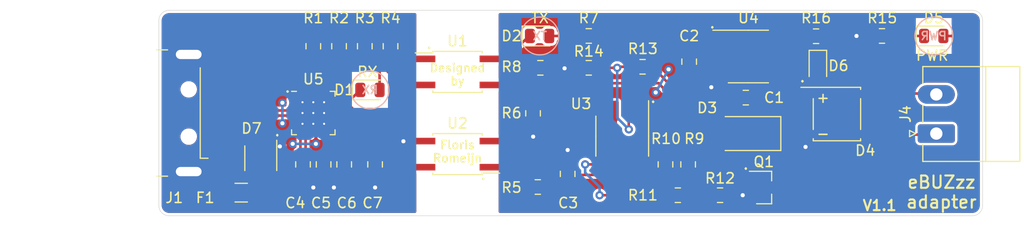
<source format=kicad_pcb>
(kicad_pcb (version 20171130) (host pcbnew "(5.1.6)-1")
  (layers (0 F.Cu signal) (31 B.Cu signal) (34 B.Paste user hide) (35 F.Paste user hide) (36 B.SilkS user) (37 F.SilkS user) (38 B.Mask user hide) (39 F.Mask user hide) (44 Edge.Cuts user hide))
  (net 0 "")
  (net 1 GND)
  (net 2 "Net-(C1-Pad1)")
  (net 3 +5V)
  (net 4 "Net-(D1-Pad2)")
  (net 5 "Net-(D2-Pad2)")
  (net 6 "Net-(D2-Pad1)")
  (net 7 "Net-(D3-Pad2)")
  (net 8 "Net-(D4-Pad3)")
  (net 9 "Net-(D4-Pad4)")
  (net 10 "Net-(D5-Pad1)")
  (net 11 "Net-(Q1-Pad1)")
  (net 12 "Net-(R5-Pad2)")
  (net 13 "Net-(R10-Pad2)")
  (net 14 "Net-(R13-Pad2)")
  (net 15 "Net-(U2-Pad2)")
  (net 16 "Net-(U4-Pad6)")
  (net 17 /ebus-signal)
  (net 18 "Net-(R10-Pad1)")
  (net 19 "Net-(D6-Pad1)")
  (net 20 VBUS)
  (net 21 GNDREF)
  (net 22 /RX)
  (net 23 /D+)
  (net 24 /D-)
  (net 25 /TX)
  (net 26 VCC)
  (net 27 "Net-(F1-Pad1)")
  (net 28 "Net-(R4-Pad2)")
  (net 29 "Net-(C7-Pad1)")
  (module Diode_SMD:Diode_Bridge_Diotec_ABS (layer F.Cu) (at 158.85 79.1)
    (fp_text reference D4 (at 2.75 3.55) (layer F.SilkS))
    (fp_text value ABS10)
    (fp_line (start -2.3 1.5) (end -2.3 -1.5) (layer F.SilkS) (width 0.12))
    (fp_line (start 2.3 -1.5) (end 2.3 1.5) (layer F.SilkS) (width 0.12))
    (fp_line (start -2.3 2.6) (end -2.3 2.4) (layer F.SilkS) (width 0.12))
    (fp_line (start 2.3 2.6) (end -2.3 2.6) (layer F.SilkS) (width 0.12))
    (fp_line (start 2.3 2.4) (end 2.3 2.6) (layer F.SilkS) (width 0.12))
    (fp_line (start 2.3 -2.6) (end -3.5 -2.6) (layer F.SilkS) (width 0.12))
    (fp_line (start 2.3 -2.4) (end 2.3 -2.6) (layer F.SilkS) (width 0.12))
    (pad 4 smd rect (at 2.975 -2) (size 1 0.7) (layers F.Cu F.Paste F.Mask) (net 9 "Net-(D4-Pad4)"))
    (pad 3 smd rect (at 2.975 2) (size 1 0.7) (layers F.Cu F.Paste F.Mask) (net 8 "Net-(D4-Pad3)"))
    (pad 2 smd rect (at -2.975 2) (size 1 0.7) (layers F.Cu F.Paste F.Mask) (net 1 GND))
    (pad 1 smd rect (at -2.975 -2) (size 1 0.7) (layers F.Cu F.Paste F.Mask) (net 17 /ebus-signal))
  )
  (module Diode_SMD:D_SMA (layer F.Cu) (at 150 81 180)
    (fp_text reference D3 (at 3.75 2.5 180) (layer F.SilkS))
    (fp_text value 1SMB5924BY3G)
    (fp_line (start -3.4 -1.65) (end 2 -1.65) (layer F.SilkS) (width 0.12))
    (fp_line (start -3.4 1.65) (end 2 1.65) (layer F.SilkS) (width 0.12))
    (fp_line (start -3.4 -1.65) (end -3.4 1.65) (layer F.SilkS) (width 0.12))
    (pad 2 smd rect (at 2 0 180) (size 2.5 1.8) (layers F.Cu F.Paste F.Mask) (net 7 "Net-(D3-Pad2)"))
    (pad 1 smd rect (at -2 0 180) (size 2.5 1.8) (layers F.Cu F.Paste F.Mask) (net 17 /ebus-signal))
  )
  (module Connector_Phoenix_MC:PhoenixContact_MC_1,5_2-G-3.81_1x02_P3.81mm_Horizontal (layer F.Cu) (at 168.5 81 90)
    (fp_text reference J4 (at 1.9 -3 90) (layer F.SilkS))
    (fp_text value EBUS)
    (fp_line (start -0.3 -2.6) (end 0.3 -2.6) (layer F.SilkS) (width 0.12))
    (fp_line (start 0 -2) (end -0.3 -2.6) (layer F.SilkS) (width 0.12))
    (fp_line (start 0.3 -2.6) (end 0 -2) (layer F.SilkS) (width 0.12))
    (fp_line (start -2.71 4.8) (end 6.52 4.8) (layer F.SilkS) (width 0.12))
    (fp_line (start 1.05 -1.31) (end 2.76 -1.31) (layer F.SilkS) (width 0.12))
    (fp_line (start 6.52 -1.31) (end 4.86 -1.31) (layer F.SilkS) (width 0.12))
    (fp_line (start -2.71 -1.31) (end -1.05 -1.31) (layer F.SilkS) (width 0.12))
    (fp_line (start 6.52 8.11) (end 6.52 -1.31) (layer F.SilkS) (width 0.12))
    (fp_line (start -2.71 8.11) (end 6.52 8.11) (layer F.SilkS) (width 0.12))
    (fp_line (start -2.71 -1.31) (end -2.71 8.11) (layer F.SilkS) (width 0.12))
    (pad 2 thru_hole oval (at 3.81 0 90) (size 1.8 3.6) (drill 1.2) (layers *.Cu *.Mask) (net 9 "Net-(D4-Pad4)"))
    (pad 1 thru_hole roundrect (at 0 0 90) (size 1.8 3.6) (drill 1.2) (layers *.Cu *.Mask) (roundrect_rratio 0.138889) (net 8 "Net-(D4-Pad3)"))
  )
  (module Package_TO_SOT_SMD:SOT-23 (layer F.Cu) (at 151.75 86.25)
    (fp_text reference Q1 (at 0 -2.5) (layer F.SilkS))
    (fp_text value BC817-40)
    (fp_line (start 0.76 1.58) (end -0.7 1.58) (layer F.SilkS) (width 0.12))
    (fp_line (start 0.76 -1.58) (end -1.4 -1.58) (layer F.SilkS) (width 0.12))
    (fp_line (start 0.76 -1.58) (end 0.76 -0.65) (layer F.SilkS) (width 0.12))
    (fp_line (start 0.76 1.58) (end 0.76 0.65) (layer F.SilkS) (width 0.12))
    (pad 3 smd rect (at 1 0) (size 0.9 0.8) (layers F.Cu F.Paste F.Mask) (net 7 "Net-(D3-Pad2)"))
    (pad 2 smd rect (at -1 0.95) (size 0.9 0.8) (layers F.Cu F.Paste F.Mask) (net 1 GND))
    (pad 1 smd rect (at -1 -0.95) (size 0.9 0.8) (layers F.Cu F.Paste F.Mask) (net 11 "Net-(Q1-Pad1)"))
  )
  (module Package_SO:SOIC-8_3.9x4.9mm_P1.27mm (layer F.Cu) (at 138 81.25 270)
    (fp_text reference U3 (at -3.15 4 180) (layer F.SilkS))
    (fp_text value LM2903DT)
    (fp_line (start 0 -2.56) (end -3.45 -2.56) (layer F.SilkS) (width 0.12))
    (fp_line (start 0 -2.56) (end 1.95 -2.56) (layer F.SilkS) (width 0.12))
    (fp_line (start 0 2.56) (end -1.95 2.56) (layer F.SilkS) (width 0.12))
    (fp_line (start 0 2.56) (end 1.95 2.56) (layer F.SilkS) (width 0.12))
    (pad 8 smd roundrect (at 2.475 -1.905 270) (size 1.95 0.6) (layers F.Cu F.Paste F.Mask) (net 3 +5V))
    (pad 7 smd roundrect (at 2.475 -0.635 270) (size 1.95 0.6) (layers F.Cu F.Paste F.Mask) (net 15 "Net-(U2-Pad2)"))
    (pad 6 smd roundrect (at 2.475 0.635 270) (size 1.95 0.6) (layers F.Cu F.Paste F.Mask) (net 13 "Net-(R10-Pad2)"))
    (pad 5 smd roundrect (at 2.475 1.905 270) (size 1.95 0.6) (layers F.Cu F.Paste F.Mask) (net 18 "Net-(R10-Pad1)"))
    (pad 4 smd roundrect (at -2.475 1.905 270) (size 1.95 0.6) (layers F.Cu F.Paste F.Mask) (net 1 GND))
    (pad 3 smd roundrect (at -2.475 0.635 270) (size 1.95 0.6) (layers F.Cu F.Paste F.Mask) (net 18 "Net-(R10-Pad1)"))
    (pad 2 smd roundrect (at -2.475 -0.635 270) (size 1.95 0.6) (layers F.Cu F.Paste F.Mask) (net 14 "Net-(R13-Pad2)"))
    (pad 1 smd roundrect (at -2.475 -1.905 270) (size 1.95 0.6) (layers F.Cu F.Paste F.Mask) (net 13 "Net-(R10-Pad2)"))
  )
  (module Package_SO:SOIC-8_3.9x4.9mm_P1.27mm (layer F.Cu) (at 150.25 73.5)
    (fp_text reference U4 (at 0 -3.75) (layer F.SilkS))
    (fp_text value LP2951-50DR)
    (fp_line (start 0 -2.56) (end -3.45 -2.56) (layer F.SilkS) (width 0.12))
    (fp_line (start 0 -2.56) (end 1.95 -2.56) (layer F.SilkS) (width 0.12))
    (fp_line (start 0 2.56) (end -1.95 2.56) (layer F.SilkS) (width 0.12))
    (fp_line (start 0 2.56) (end 1.95 2.56) (layer F.SilkS) (width 0.12))
    (pad 8 smd roundrect (at 2.475 -1.905) (size 1.95 0.6) (layers F.Cu F.Paste F.Mask) (net 2 "Net-(C1-Pad1)"))
    (pad 7 smd roundrect (at 2.475 -0.635) (size 1.95 0.6) (layers F.Cu F.Paste F.Mask) (net 16 "Net-(U4-Pad6)"))
    (pad 6 smd roundrect (at 2.475 0.635) (size 1.95 0.6) (layers F.Cu F.Paste F.Mask) (net 16 "Net-(U4-Pad6)"))
    (pad 5 smd roundrect (at 2.475 1.905) (size 1.95 0.6) (layers F.Cu F.Paste F.Mask))
    (pad 4 smd roundrect (at -2.475 1.905) (size 1.95 0.6) (layers F.Cu F.Paste F.Mask) (net 1 GND))
    (pad 3 smd roundrect (at -2.475 0.635) (size 1.95 0.6) (layers F.Cu F.Paste F.Mask) (net 1 GND))
    (pad 2 smd roundrect (at -2.475 -0.635) (size 1.95 0.6) (layers F.Cu F.Paste F.Mask) (net 3 +5V))
    (pad 1 smd roundrect (at -2.475 -1.905) (size 1.95 0.6) (layers F.Cu F.Paste F.Mask) (net 3 +5V))
  )
  (module Diode_SMD:D_SOD-323 (layer F.Cu) (at 157 74.4 270)
    (fp_text reference D6 (at 0 -2 180) (layer F.SilkS))
    (fp_text value 1N4148WS)
    (fp_line (start -1.5 -0.85) (end 1.05 -0.85) (layer F.SilkS) (width 0.12))
    (fp_line (start -1.5 0.85) (end 1.05 0.85) (layer F.SilkS) (width 0.12))
    (fp_line (start -1.5 -0.85) (end -1.5 0.85) (layer F.SilkS) (width 0.12))
    (pad 2 smd rect (at 1.05 0 270) (size 0.6 0.45) (layers F.Cu F.Paste F.Mask) (net 17 /ebus-signal))
    (pad 1 smd rect (at -1.05 0 270) (size 0.6 0.45) (layers F.Cu F.Paste F.Mask) (net 19 "Net-(D6-Pad1)"))
  )
  (module Capacitor_SMD:C_0805_2012Metric (layer F.Cu) (at 107 84 270)
    (fp_text reference C4 (at 3.75 0.75 180) (layer F.SilkS))
    (fp_text value 1u)
    (fp_line (start -0.258578 0.71) (end 0.258578 0.71) (layer F.SilkS) (width 0.12))
    (fp_line (start -0.258578 -0.71) (end 0.258578 -0.71) (layer F.SilkS) (width 0.12))
    (pad 2 smd roundrect (at 0.9375 0 270) (size 0.975 1.4) (layers F.Cu F.Paste F.Mask) (net 21 GNDREF))
    (pad 1 smd roundrect (at -0.9375 0 270) (size 0.975 1.4) (layers F.Cu F.Paste F.Mask) (net 20 VBUS))
  )
  (module Capacitor_SMD:C_0805_2012Metric (layer F.Cu) (at 114 84 270)
    (fp_text reference C7 (at 3.75 0.25 180) (layer F.SilkS))
    (fp_text value DNF)
    (fp_line (start -0.258578 0.71) (end 0.258578 0.71) (layer F.SilkS) (width 0.12))
    (fp_line (start -0.258578 -0.71) (end 0.258578 -0.71) (layer F.SilkS) (width 0.12))
    (pad 2 smd roundrect (at 0.9375 0 270) (size 0.975 1.4) (layers F.Cu F.Paste F.Mask) (net 21 GNDREF))
    (pad 1 smd roundrect (at -0.9375 0 270) (size 0.975 1.4) (layers F.Cu F.Paste F.Mask) (net 29 "Net-(C7-Pad1)"))
  )
  (module Capacitor_SMD:C_0805_2012Metric (layer F.Cu) (at 111 84 270)
    (fp_text reference C6 (at 3.75 -0.25 180) (layer F.SilkS))
    (fp_text value 4.7u)
    (fp_line (start -0.258578 0.71) (end 0.258578 0.71) (layer F.SilkS) (width 0.12))
    (fp_line (start -0.258578 -0.71) (end 0.258578 -0.71) (layer F.SilkS) (width 0.12))
    (pad 2 smd roundrect (at 0.9375 0 270) (size 0.975 1.4) (layers F.Cu F.Paste F.Mask) (net 21 GNDREF))
    (pad 1 smd roundrect (at -0.9375 0 270) (size 0.975 1.4) (layers F.Cu F.Paste F.Mask) (net 26 VCC))
  )
  (module Capacitor_SMD:C_0805_2012Metric (layer F.Cu) (at 109 84 270)
    (fp_text reference C5 (at 3.75 0.25 180) (layer F.SilkS))
    (fp_text value 100n)
    (fp_line (start -0.258578 0.71) (end 0.258578 0.71) (layer F.SilkS) (width 0.12))
    (fp_line (start -0.258578 -0.71) (end 0.258578 -0.71) (layer F.SilkS) (width 0.12))
    (pad 2 smd roundrect (at 0.9375 0 270) (size 0.975 1.4) (layers F.Cu F.Paste F.Mask) (net 21 GNDREF))
    (pad 1 smd roundrect (at -0.9375 0 270) (size 0.975 1.4) (layers F.Cu F.Paste F.Mask) (net 26 VCC))
  )
  (module Package_TO_SOT_SMD:SOT-143 (layer F.Cu) (at 102.9 83.4 270)
    (fp_text reference D7 (at -2.9 0.9 180) (layer F.SilkS))
    (fp_text value SP0503BAHT)
    (fp_line (start 1.2 -1.55) (end -1.75 -1.55) (layer F.SilkS) (width 0.12))
    (fp_line (start -1.2 1.55) (end 1.2 1.55) (layer F.SilkS) (width 0.12))
    (pad 4 smd rect (at 1.1 -0.95 180) (size 1 1.4) (layers F.Cu F.Paste F.Mask) (net 20 VBUS))
    (pad 3 smd rect (at 1.1 0.95 180) (size 1 1.4) (layers F.Cu F.Paste F.Mask) (net 23 /D+))
    (pad 2 smd rect (at -1.1 0.95 180) (size 1 1.4) (layers F.Cu F.Paste F.Mask) (net 24 /D-))
    (pad 1 smd rect (at -1.1 -0.77 180) (size 1.2 1.4) (layers F.Cu F.Paste F.Mask) (net 21 GNDREF))
  )
  (module Fuse:Fuse_1206_3216Metric (layer F.Cu) (at 101 86.75)
    (fp_text reference F1 (at -3.5 0.5) (layer F.SilkS))
    (fp_text value 1A)
    (fp_line (start -0.602064 0.91) (end 0.602064 0.91) (layer F.SilkS) (width 0.12))
    (fp_line (start -0.602064 -0.91) (end 0.602064 -0.91) (layer F.SilkS) (width 0.12))
    (pad 2 smd roundrect (at 1.4 0) (size 1.25 1.75) (layers F.Cu F.Paste F.Mask) (roundrect_rratio 0.2) (net 20 VBUS))
    (pad 1 smd roundrect (at -1.4 0) (size 1.25 1.75) (layers F.Cu F.Paste F.Mask) (roundrect_rratio 0.2) (net 27 "Net-(F1-Pad1)"))
  )
  (module Connector_USB:USB_A_CNCTech_1001-011-01101_Horizontal (layer F.Cu) (at 89 79 180)
    (fp_text reference J1 (at -5.5 -8.25) (layer F.SilkS))
    (fp_text value USB_A)
    (fp_line (start -8.02 -4.4) (end -8.775 -4.4) (layer F.SilkS) (width 0.12))
    (fp_line (start -4.85 6.145) (end -3.8 6.145) (layer F.SilkS) (width 0.12))
    (fp_line (start -4.85 -6.145) (end -3.8 -6.145) (layer F.SilkS) (width 0.12))
    (fp_line (start -8.02 -4.4) (end -8.02 4.4) (layer F.SilkS) (width 0.12))
    (pad "" np_thru_hole circle (at -6.9 2.3 180) (size 1.1 1.1) (drill 1.1) (layers *.Cu *.Mask))
    (pad "" np_thru_hole circle (at -6.9 -2.3 180) (size 1.1 1.1) (drill 1.1) (layers *.Cu *.Mask))
    (pad 5 thru_hole oval (at -6.9 5.7 180) (size 3.5 1.9) (drill oval 2.5 0.9) (layers *.Cu *.Mask) (net 21 GNDREF))
    (pad 5 thru_hole oval (at -6.9 -5.7 180) (size 3.5 1.9) (drill oval 2.5 0.9) (layers *.Cu *.Mask) (net 21 GNDREF))
    (pad 4 smd rect (at -9.65 3.5 180) (size 2.5 1.1) (layers F.Cu F.Paste F.Mask) (net 21 GNDREF))
    (pad 1 smd rect (at -9.65 -3.5 180) (size 2.5 1.1) (layers F.Cu F.Paste F.Mask) (net 27 "Net-(F1-Pad1)"))
    (pad 3 smd rect (at -9.65 1 180) (size 2.5 1.1) (layers F.Cu F.Paste F.Mask) (net 23 /D+))
    (pad 2 smd rect (at -9.65 -1 180) (size 2.5 1.1) (layers F.Cu F.Paste F.Mask) (net 24 /D-))
  )
  (module Resistor_SMD:R_0805_2012Metric (layer F.Cu) (at 110.5 72.5 270)
    (fp_text reference R2 (at -2.75 0) (layer F.SilkS))
    (fp_text value DNF)
    (fp_line (start -0.258578 0.71) (end 0.258578 0.71) (layer F.SilkS) (width 0.12))
    (fp_line (start -0.258578 -0.71) (end 0.258578 -0.71) (layer F.SilkS) (width 0.12))
    (pad 2 smd roundrect (at 0.9375 0 270) (size 0.975 1.4) (layers F.Cu F.Paste F.Mask) (net 22 /RX))
    (pad 1 smd roundrect (at -0.9375 0 270) (size 0.975 1.4) (layers F.Cu F.Paste F.Mask) (net 26 VCC))
  )
  (module Package_SO:SO-4_4.4x3.6mm_P2.54mm (layer F.Cu) (at 122 75)
    (fp_text reference U1 (at 0 -3) (layer F.SilkS))
    (fp_text value LTV-357T)
    (fp_line (start 2.4 -2) (end 2.4 -1.85) (layer F.SilkS) (width 0.12))
    (fp_line (start -2.4 -2) (end 2.4 -2) (layer F.SilkS) (width 0.12))
    (fp_line (start -2.4 -1.85) (end -2.4 -2) (layer F.SilkS) (width 0.12))
    (fp_line (start -2.4 2) (end -2.4 1.85) (layer F.SilkS) (width 0.12))
    (fp_line (start 2.4 2) (end -2.4 2) (layer F.SilkS) (width 0.12))
    (fp_line (start 2.4 1.85) (end 2.4 2) (layer F.SilkS) (width 0.12))
    (fp_line (start -2.4 -1.85) (end -4.1 -1.85) (layer F.SilkS) (width 0.12))
    (pad 4 smd rect (at 3.15 -1.27) (size 2 0.64) (layers F.Cu F.Paste F.Mask) (net 6 "Net-(D2-Pad1)"))
    (pad 3 smd rect (at 3.15 1.27) (size 2 0.64) (layers F.Cu F.Paste F.Mask) (net 11 "Net-(Q1-Pad1)"))
    (pad 2 smd rect (at -3.15 1.27) (size 2 0.64) (layers F.Cu F.Paste F.Mask) (net 25 /TX))
    (pad 1 smd rect (at -3.15 -1.27) (size 2 0.64) (layers F.Cu F.Paste F.Mask) (net 28 "Net-(R4-Pad2)"))
  )
  (module Package_SO:SO-4_4.4x3.6mm_P2.54mm (layer F.Cu) (at 122 83 180)
    (fp_text reference U2 (at 0 3) (layer F.SilkS))
    (fp_text value LTV-357T)
    (fp_line (start 2.4 -2) (end 2.4 -1.85) (layer F.SilkS) (width 0.12))
    (fp_line (start -2.4 -2) (end 2.4 -2) (layer F.SilkS) (width 0.12))
    (fp_line (start -2.4 -1.85) (end -2.4 -2) (layer F.SilkS) (width 0.12))
    (fp_line (start -2.4 2) (end -2.4 1.85) (layer F.SilkS) (width 0.12))
    (fp_line (start 2.4 2) (end -2.4 2) (layer F.SilkS) (width 0.12))
    (fp_line (start 2.4 1.85) (end 2.4 2) (layer F.SilkS) (width 0.12))
    (fp_line (start -2.4 -1.85) (end -4.1 -1.85) (layer F.SilkS) (width 0.12))
    (pad 4 smd rect (at 3.15 -1.27 180) (size 2 0.64) (layers F.Cu F.Paste F.Mask) (net 22 /RX))
    (pad 3 smd rect (at 3.15 1.27 180) (size 2 0.64) (layers F.Cu F.Paste F.Mask) (net 21 GNDREF))
    (pad 2 smd rect (at -3.15 1.27 180) (size 2 0.64) (layers F.Cu F.Paste F.Mask) (net 15 "Net-(U2-Pad2)"))
    (pad 1 smd rect (at -3.15 -1.27 180) (size 2 0.64) (layers F.Cu F.Paste F.Mask) (net 12 "Net-(R5-Pad2)"))
  )
  (module Capacitor_SMD:C_0805_2012Metric (layer F.Cu) (at 150 77.5 180)
    (fp_text reference C1 (at -2.75 0) (layer F.SilkS))
    (fp_text value 1u)
    (fp_line (start -0.258578 0.71) (end 0.258578 0.71) (layer F.SilkS) (width 0.12))
    (fp_line (start -0.258578 -0.71) (end 0.258578 -0.71) (layer F.SilkS) (width 0.12))
    (pad 2 smd roundrect (at 0.9375 0 180) (size 0.975 1.4) (layers F.Cu F.Paste F.Mask) (net 1 GND))
    (pad 1 smd roundrect (at -0.9375 0 180) (size 0.975 1.4) (layers F.Cu F.Paste F.Mask) (net 2 "Net-(C1-Pad1)"))
  )
  (module Capacitor_SMD:C_0805_2012Metric (layer F.Cu) (at 144.5 74 270)
    (fp_text reference C2 (at -2.5 0 180) (layer F.SilkS))
    (fp_text value 1u)
    (fp_line (start -0.258578 0.71) (end 0.258578 0.71) (layer F.SilkS) (width 0.12))
    (fp_line (start -0.258578 -0.71) (end 0.258578 -0.71) (layer F.SilkS) (width 0.12))
    (pad 2 smd roundrect (at 0.9375 0 270) (size 0.975 1.4) (layers F.Cu F.Paste F.Mask) (net 1 GND))
    (pad 1 smd roundrect (at -0.9375 0 270) (size 0.975 1.4) (layers F.Cu F.Paste F.Mask) (net 3 +5V))
  )
  (module Capacitor_SMD:C_0805_2012Metric (layer F.Cu) (at 132.7 84.925 90)
    (fp_text reference C3 (at -2.825 0.05) (layer F.SilkS))
    (fp_text value 100n)
    (fp_line (start -0.258578 0.71) (end 0.258578 0.71) (layer F.SilkS) (width 0.12))
    (fp_line (start -0.258578 -0.71) (end 0.258578 -0.71) (layer F.SilkS) (width 0.12))
    (pad 2 smd roundrect (at 0.9375 0 90) (size 0.975 1.4) (layers F.Cu F.Paste F.Mask) (net 1 GND))
    (pad 1 smd roundrect (at -0.9375 0 90) (size 0.975 1.4) (layers F.Cu F.Paste F.Mask) (net 3 +5V))
  )
  (module LED_SMD:LED_0805_2012Metric (layer F.Cu) (at 113.5 76.75)
    (fp_text reference D1 (at -2.5 0 180) (layer F.SilkS))
    (fp_text value "RX green")
    (fp_line (start -1.685 0.96) (end 1 0.96) (layer F.SilkS) (width 0.12))
    (fp_line (start -1.685 -0.96) (end -1.685 0.96) (layer F.SilkS) (width 0.12))
    (fp_line (start 1 -0.96) (end -1.685 -0.96) (layer F.SilkS) (width 0.12))
    (pad 2 smd roundrect (at 0.9375 0) (size 0.975 1.4) (layers F.Cu F.Paste F.Mask) (net 4 "Net-(D1-Pad2)"))
    (pad 1 smd roundrect (at -0.9375 0) (size 0.975 1.4) (layers F.Cu F.Paste F.Mask) (net 22 /RX))
  )
  (module LED_SMD:LED_0805_2012Metric (layer F.Cu) (at 129.975 71.5)
    (fp_text reference D2 (at -2.725 0) (layer F.SilkS))
    (fp_text value "TX red")
    (fp_line (start -1.685 0.96) (end 1 0.96) (layer F.SilkS) (width 0.12))
    (fp_line (start -1.685 -0.96) (end -1.685 0.96) (layer F.SilkS) (width 0.12))
    (fp_line (start 1 -0.96) (end -1.685 -0.96) (layer F.SilkS) (width 0.12))
    (pad 2 smd roundrect (at 0.9375 0) (size 0.975 1.4) (layers F.Cu F.Paste F.Mask) (net 5 "Net-(D2-Pad2)"))
    (pad 1 smd roundrect (at -0.9375 0) (size 0.975 1.4) (layers F.Cu F.Paste F.Mask) (net 6 "Net-(D2-Pad1)"))
  )
  (module LED_SMD:LED_0805_2012Metric (layer F.Cu) (at 168.25 71.5)
    (fp_text reference D5 (at 0 -1.75) (layer F.SilkS))
    (fp_text value "power yellow")
    (fp_line (start -1.685 0.96) (end 1 0.96) (layer F.SilkS) (width 0.12))
    (fp_line (start -1.685 -0.96) (end -1.685 0.96) (layer F.SilkS) (width 0.12))
    (fp_line (start 1 -0.96) (end -1.685 -0.96) (layer F.SilkS) (width 0.12))
    (pad 2 smd roundrect (at 0.9375 0) (size 0.975 1.4) (layers F.Cu F.Paste F.Mask) (net 3 +5V))
    (pad 1 smd roundrect (at -0.9375 0) (size 0.975 1.4) (layers F.Cu F.Paste F.Mask) (net 10 "Net-(D5-Pad1)"))
  )
  (module Resistor_SMD:R_0805_2012Metric (layer F.Cu) (at 108 72.5 270)
    (fp_text reference R1 (at -2.75 0) (layer F.SilkS))
    (fp_text value DNF)
    (fp_line (start -0.258578 0.71) (end 0.258578 0.71) (layer F.SilkS) (width 0.12))
    (fp_line (start -0.258578 -0.71) (end 0.258578 -0.71) (layer F.SilkS) (width 0.12))
    (pad 2 smd roundrect (at 0.9375 0 270) (size 0.975 1.4) (layers F.Cu F.Paste F.Mask) (net 25 /TX))
    (pad 1 smd roundrect (at -0.9375 0 270) (size 0.975 1.4) (layers F.Cu F.Paste F.Mask) (net 26 VCC))
  )
  (module Resistor_SMD:R_0805_2012Metric (layer F.Cu) (at 129.8 86.2 180)
    (fp_text reference R5 (at 2.55 -0.05) (layer F.SilkS))
    (fp_text value 2.2k)
    (fp_line (start -0.258578 0.71) (end 0.258578 0.71) (layer F.SilkS) (width 0.12))
    (fp_line (start -0.258578 -0.71) (end 0.258578 -0.71) (layer F.SilkS) (width 0.12))
    (pad 2 smd roundrect (at 0.9375 0 180) (size 0.975 1.4) (layers F.Cu F.Paste F.Mask) (net 12 "Net-(R5-Pad2)"))
    (pad 1 smd roundrect (at -0.9375 0 180) (size 0.975 1.4) (layers F.Cu F.Paste F.Mask) (net 3 +5V))
  )
  (module Resistor_SMD:R_0805_2012Metric (layer F.Cu) (at 129.34 79.03 270)
    (fp_text reference R6 (at -0.03 2.09 180) (layer F.SilkS))
    (fp_text value 470)
    (fp_line (start -0.258578 0.71) (end 0.258578 0.71) (layer F.SilkS) (width 0.12))
    (fp_line (start -0.258578 -0.71) (end 0.258578 -0.71) (layer F.SilkS) (width 0.12))
    (pad 2 smd roundrect (at 0.9375 0 270) (size 0.975 1.4) (layers F.Cu F.Paste F.Mask) (net 1 GND))
    (pad 1 smd roundrect (at -0.9375 0 270) (size 0.975 1.4) (layers F.Cu F.Paste F.Mask) (net 11 "Net-(Q1-Pad1)"))
  )
  (module Resistor_SMD:R_0805_2012Metric (layer F.Cu) (at 134.75 71.5 180)
    (fp_text reference R7 (at 0 1.75) (layer F.SilkS))
    (fp_text value 470)
    (fp_line (start -0.258578 0.71) (end 0.258578 0.71) (layer F.SilkS) (width 0.12))
    (fp_line (start -0.258578 -0.71) (end 0.258578 -0.71) (layer F.SilkS) (width 0.12))
    (pad 2 smd roundrect (at 0.9375 0 180) (size 0.975 1.4) (layers F.Cu F.Paste F.Mask) (net 5 "Net-(D2-Pad2)"))
    (pad 1 smd roundrect (at -0.9375 0 180) (size 0.975 1.4) (layers F.Cu F.Paste F.Mask) (net 3 +5V))
  )
  (module Resistor_SMD:R_0805_2012Metric (layer F.Cu) (at 130.05 74.6)
    (fp_text reference R8 (at -2.8 -0.1) (layer F.SilkS))
    (fp_text value 470)
    (fp_line (start -0.258578 0.71) (end 0.258578 0.71) (layer F.SilkS) (width 0.12))
    (fp_line (start -0.258578 -0.71) (end 0.258578 -0.71) (layer F.SilkS) (width 0.12))
    (pad 2 smd roundrect (at 0.9375 0) (size 0.975 1.4) (layers F.Cu F.Paste F.Mask) (net 1 GND))
    (pad 1 smd roundrect (at -0.9375 0) (size 0.975 1.4) (layers F.Cu F.Paste F.Mask) (net 11 "Net-(Q1-Pad1)"))
  )
  (module Resistor_SMD:R_0805_2012Metric (layer F.Cu) (at 144.4 84 90)
    (fp_text reference R9 (at 2.5 0.6 180) (layer F.SilkS))
    (fp_text value 10k)
    (fp_line (start -0.258578 0.71) (end 0.258578 0.71) (layer F.SilkS) (width 0.12))
    (fp_line (start -0.258578 -0.71) (end 0.258578 -0.71) (layer F.SilkS) (width 0.12))
    (pad 2 smd roundrect (at 0.9375 0 90) (size 0.975 1.4) (layers F.Cu F.Paste F.Mask) (net 13 "Net-(R10-Pad2)"))
    (pad 1 smd roundrect (at -0.9375 0 90) (size 0.975 1.4) (layers F.Cu F.Paste F.Mask) (net 3 +5V))
  )
  (module Resistor_SMD:R_0805_2012Metric (layer F.Cu) (at 142.2 84 90)
    (fp_text reference R10 (at 2.5 0.05 180) (layer F.SilkS))
    (fp_text value 220k)
    (fp_line (start -0.258578 0.71) (end 0.258578 0.71) (layer F.SilkS) (width 0.12))
    (fp_line (start -0.258578 -0.71) (end 0.258578 -0.71) (layer F.SilkS) (width 0.12))
    (pad 2 smd roundrect (at 0.9375 0 90) (size 0.975 1.4) (layers F.Cu F.Paste F.Mask) (net 13 "Net-(R10-Pad2)"))
    (pad 1 smd roundrect (at -0.9375 0 90) (size 0.975 1.4) (layers F.Cu F.Paste F.Mask) (net 18 "Net-(R10-Pad1)"))
  )
  (module Resistor_SMD:R_0805_2012Metric (layer F.Cu) (at 143.4 87 180)
    (fp_text reference R11 (at 3.4 0) (layer F.SilkS))
    (fp_text value 18k)
    (fp_line (start -0.258578 0.71) (end 0.258578 0.71) (layer F.SilkS) (width 0.12))
    (fp_line (start -0.258578 -0.71) (end 0.258578 -0.71) (layer F.SilkS) (width 0.12))
    (pad 2 smd roundrect (at 0.9375 0 180) (size 0.975 1.4) (layers F.Cu F.Paste F.Mask) (net 18 "Net-(R10-Pad1)"))
    (pad 1 smd roundrect (at -0.9375 0 180) (size 0.975 1.4) (layers F.Cu F.Paste F.Mask) (net 3 +5V))
  )
  (module Resistor_SMD:R_0805_2012Metric (layer F.Cu) (at 147.5 87)
    (fp_text reference R12 (at 0 -1.65) (layer F.SilkS))
    (fp_text value 15k)
    (fp_line (start -0.258578 0.71) (end 0.258578 0.71) (layer F.SilkS) (width 0.12))
    (fp_line (start -0.258578 -0.71) (end 0.258578 -0.71) (layer F.SilkS) (width 0.12))
    (pad 2 smd roundrect (at 0.9375 0) (size 0.975 1.4) (layers F.Cu F.Paste F.Mask) (net 1 GND))
    (pad 1 smd roundrect (at -0.9375 0) (size 0.975 1.4) (layers F.Cu F.Paste F.Mask) (net 18 "Net-(R10-Pad1)"))
  )
  (module Resistor_SMD:R_0805_2012Metric (layer F.Cu) (at 139.975 74.5 180)
    (fp_text reference R13 (at -0.025 1.75) (layer F.SilkS))
    (fp_text value 100k)
    (fp_line (start -0.258578 0.71) (end 0.258578 0.71) (layer F.SilkS) (width 0.12))
    (fp_line (start -0.258578 -0.71) (end 0.258578 -0.71) (layer F.SilkS) (width 0.12))
    (pad 2 smd roundrect (at 0.9375 0 180) (size 0.975 1.4) (layers F.Cu F.Paste F.Mask) (net 14 "Net-(R13-Pad2)"))
    (pad 1 smd roundrect (at -0.9375 0 180) (size 0.975 1.4) (layers F.Cu F.Paste F.Mask) (net 17 /ebus-signal))
  )
  (module Resistor_SMD:R_0805_2012Metric (layer F.Cu) (at 134.75 74.6 180)
    (fp_text reference R14 (at 0 1.6) (layer F.SilkS))
    (fp_text value 22k)
    (fp_line (start -0.258578 0.71) (end 0.258578 0.71) (layer F.SilkS) (width 0.12))
    (fp_line (start -0.258578 -0.71) (end 0.258578 -0.71) (layer F.SilkS) (width 0.12))
    (pad 2 smd roundrect (at 0.9375 0 180) (size 0.975 1.4) (layers F.Cu F.Paste F.Mask) (net 1 GND))
    (pad 1 smd roundrect (at -0.9375 0 180) (size 0.975 1.4) (layers F.Cu F.Paste F.Mask) (net 14 "Net-(R13-Pad2)"))
  )
  (module Resistor_SMD:R_0805_2012Metric (layer F.Cu) (at 163.225 71.5 180)
    (fp_text reference R15 (at -0.025 1.75) (layer F.SilkS))
    (fp_text value 10k)
    (fp_line (start -0.258578 0.71) (end 0.258578 0.71) (layer F.SilkS) (width 0.12))
    (fp_line (start -0.258578 -0.71) (end 0.258578 -0.71) (layer F.SilkS) (width 0.12))
    (pad 2 smd roundrect (at 0.9375 0 180) (size 0.975 1.4) (layers F.Cu F.Paste F.Mask) (net 1 GND))
    (pad 1 smd roundrect (at -0.9375 0 180) (size 0.975 1.4) (layers F.Cu F.Paste F.Mask) (net 10 "Net-(D5-Pad1)"))
  )
  (module Resistor_SMD:R_0805_2012Metric (layer F.Cu) (at 156.825 71.525)
    (fp_text reference R16 (at 0 -1.775) (layer F.SilkS))
    (fp_text value 120E)
    (fp_line (start -0.258578 0.71) (end 0.258578 0.71) (layer F.SilkS) (width 0.12))
    (fp_line (start -0.258578 -0.71) (end 0.258578 -0.71) (layer F.SilkS) (width 0.12))
    (pad 2 smd roundrect (at 0.9375 0) (size 0.975 1.4) (layers F.Cu F.Paste F.Mask) (net 19 "Net-(D6-Pad1)"))
    (pad 1 smd roundrect (at -0.9375 0) (size 0.975 1.4) (layers F.Cu F.Paste F.Mask) (net 2 "Net-(C1-Pad1)"))
  )
  (module Resistor_SMD:R_0805_2012Metric (layer F.Cu) (at 113 72.5 270)
    (fp_text reference R3 (at -2.75 0 180) (layer F.SilkS))
    (fp_text value 1k)
    (fp_line (start -0.258578 0.71) (end 0.258578 0.71) (layer F.SilkS) (width 0.12))
    (fp_line (start -0.258578 -0.71) (end 0.258578 -0.71) (layer F.SilkS) (width 0.12))
    (pad 2 smd roundrect (at 0.9375 0 270) (size 0.975 1.4) (layers F.Cu F.Paste F.Mask) (net 4 "Net-(D1-Pad2)"))
    (pad 1 smd roundrect (at -0.9375 0 270) (size 0.975 1.4) (layers F.Cu F.Paste F.Mask) (net 26 VCC))
  )
  (module Package_DFN_QFN:QFN-24-1EP_4x4mm_P0.5mm_EP2.6x2.6mm_ThermalVias (layer F.Cu) (at 108 79)
    (fp_text reference U5 (at 0 -3.3) (layer F.SilkS))
    (fp_text value CP2104)
    (fp_line (start 1.635 -2.11) (end 2.11 -2.11) (layer F.SilkS) (width 0.12))
    (fp_line (start 2.11 -2.11) (end 2.11 -1.635) (layer F.SilkS) (width 0.12))
    (fp_line (start -1.635 2.11) (end -2.11 2.11) (layer F.SilkS) (width 0.12))
    (fp_line (start -2.11 2.11) (end -2.11 1.635) (layer F.SilkS) (width 0.12))
    (fp_line (start 1.635 2.11) (end 2.11 2.11) (layer F.SilkS) (width 0.12))
    (fp_line (start 2.11 2.11) (end 2.11 1.635) (layer F.SilkS) (width 0.12))
    (fp_line (start -1.635 -2.11) (end -2.11 -2.11) (layer F.SilkS) (width 0.12))
    (pad 1 smd roundrect (at -1.9375 -1.25) (size 0.825 0.25) (layers F.Cu F.Paste F.Mask))
    (pad 2 smd roundrect (at -1.9375 -0.75) (size 0.825 0.25) (layers F.Cu F.Paste F.Mask) (net 21 GNDREF))
    (pad 3 smd roundrect (at -1.9375 -0.25) (size 0.825 0.25) (layers F.Cu F.Paste F.Mask) (net 23 /D+))
    (pad 4 smd roundrect (at -1.9375 0.25) (size 0.825 0.25) (layers F.Cu F.Paste F.Mask) (net 24 /D-))
    (pad 5 smd roundrect (at -1.9375 0.75) (size 0.825 0.25) (layers F.Cu F.Paste F.Mask) (net 26 VCC))
    (pad 6 smd roundrect (at -1.9375 1.25) (size 0.825 0.25) (layers F.Cu F.Paste F.Mask) (net 26 VCC))
    (pad 7 smd roundrect (at -1.25 1.9375) (size 0.25 0.825) (layers F.Cu F.Paste F.Mask) (net 20 VBUS))
    (pad 8 smd roundrect (at -0.75 1.9375) (size 0.25 0.825) (layers F.Cu F.Paste F.Mask) (net 20 VBUS))
    (pad 9 smd roundrect (at -0.25 1.9375) (size 0.25 0.825) (layers F.Cu F.Paste F.Mask))
    (pad 10 smd roundrect (at 0.25 1.9375) (size 0.25 0.825) (layers F.Cu F.Paste F.Mask) (net 26 VCC))
    (pad 11 smd roundrect (at 0.75 1.9375) (size 0.25 0.825) (layers F.Cu F.Paste F.Mask))
    (pad 12 smd roundrect (at 1.25 1.9375) (size 0.25 0.825) (layers F.Cu F.Paste F.Mask))
    (pad 13 smd roundrect (at 1.9375 1.25) (size 0.825 0.25) (layers F.Cu F.Paste F.Mask))
    (pad 14 smd roundrect (at 1.9375 0.75) (size 0.825 0.25) (layers F.Cu F.Paste F.Mask))
    (pad 15 smd roundrect (at 1.9375 0.25) (size 0.825 0.25) (layers F.Cu F.Paste F.Mask))
    (pad 16 smd roundrect (at 1.9375 -0.25) (size 0.825 0.25) (layers F.Cu F.Paste F.Mask) (net 29 "Net-(C7-Pad1)"))
    (pad 17 smd roundrect (at 1.9375 -0.75) (size 0.825 0.25) (layers F.Cu F.Paste F.Mask))
    (pad 18 smd roundrect (at 1.9375 -1.25) (size 0.825 0.25) (layers F.Cu F.Paste F.Mask))
    (pad 19 smd roundrect (at 1.25 -1.9375) (size 0.25 0.825) (layers F.Cu F.Paste F.Mask))
    (pad 20 smd roundrect (at 0.75 -1.9375) (size 0.25 0.825) (layers F.Cu F.Paste F.Mask) (net 22 /RX))
    (pad 21 smd roundrect (at 0.25 -1.9375) (size 0.25 0.825) (layers F.Cu F.Paste F.Mask) (net 25 /TX))
    (pad 22 smd roundrect (at -0.25 -1.9375) (size 0.25 0.825) (layers F.Cu F.Paste F.Mask))
    (pad 23 smd roundrect (at -0.75 -1.9375) (size 0.25 0.825) (layers F.Cu F.Paste F.Mask))
    (pad 24 smd roundrect (at -1.25 -1.9375) (size 0.25 0.825) (layers F.Cu F.Paste F.Mask))
    (pad 25 smd rect (at 0 0) (size 2.6 2.6) (layers F.Cu F.Mask) (net 21 GNDREF))
    (pad 25 thru_hole circle (at -1.05 -1.05) (size 0.5 0.5) (drill 0.2) (layers *.Cu) (net 21 GNDREF))
    (pad 25 thru_hole circle (at 0 -1.05) (size 0.5 0.5) (drill 0.2) (layers *.Cu) (net 21 GNDREF))
    (pad 25 thru_hole circle (at 1.05 -1.05) (size 0.5 0.5) (drill 0.2) (layers *.Cu) (net 21 GNDREF))
    (pad 25 thru_hole circle (at -1.05 0) (size 0.5 0.5) (drill 0.2) (layers *.Cu) (net 21 GNDREF))
    (pad 25 thru_hole circle (at 0 0) (size 0.5 0.5) (drill 0.2) (layers *.Cu) (net 21 GNDREF))
    (pad 25 thru_hole circle (at 1.05 0) (size 0.5 0.5) (drill 0.2) (layers *.Cu) (net 21 GNDREF))
    (pad 25 thru_hole circle (at -1.05 1.05) (size 0.5 0.5) (drill 0.2) (layers *.Cu) (net 21 GNDREF))
    (pad 25 thru_hole circle (at 0 1.05) (size 0.5 0.5) (drill 0.2) (layers *.Cu) (net 21 GNDREF))
    (pad 25 thru_hole circle (at 1.05 1.05) (size 0.5 0.5) (drill 0.2) (layers *.Cu) (net 21 GNDREF))
    (pad 25 smd rect (at 0 0) (size 2.6 2.6) (layers B.Cu) (net 21 GNDREF))
  )
  (module Resistor_SMD:R_0805_2012Metric (layer F.Cu) (at 115.5 72.5 270)
    (fp_text reference R4 (at -2.75 0 180) (layer F.SilkS))
    (fp_text value 470)
    (fp_line (start -0.258578 -0.71) (end 0.258578 -0.71) (layer F.SilkS) (width 0.12))
    (fp_line (start -0.258578 0.71) (end 0.258578 0.71) (layer F.SilkS) (width 0.12))
    (pad 1 smd roundrect (at -0.9375 0 270) (size 0.975 1.4) (layers F.Cu F.Paste F.Mask) (net 26 VCC))
    (pad 2 smd roundrect (at 0.9375 0 270) (size 0.975 1.4) (layers F.Cu F.Paste F.Mask) (net 28 "Net-(R4-Pad2)"))
  )
  (gr_text . (at 150 84) (layer F.SilkS) (effects (font (size 1 1))))
  (gr_text . (at 155.5 75.5) (layer F.SilkS) (effects (font (size 1 1))))
  (gr_text . (at 146.75 70.25) (layer F.SilkS) (effects (font (size 1 1))))
  (gr_text . (at 141 77.5) (layer F.SilkS) (effects (font (size 1 1))))
  (gr_text . (at 104.5 80.75) (layer F.SilkS) (effects (font (size 1 1))))
  (gr_text . (at 124.5 85) (layer F.SilkS) (effects (font (size 1 1))))
  (gr_text . (at 119.25 72.25) (layer F.SilkS) (effects (font (size 1 1))))
  (gr_text ".\n" (at 105.5 76.5) (layer F.SilkS) (effects (font (size 1 1))))
  (gr_text + (at 157.5 77.5) (layer F.SilkS) (effects (font (size 1 1))))
  (gr_text - (at 157.5 81) (layer F.SilkS) (effects (font (size 1 1))))
  (gr_text V1.1 (at 163 88) (layer F.SilkS) (effects (font (size 1 1) (thickness 0.2))))
  (gr_text PWR (at 168.25 71.5) (layer B.SilkS) (effects (font (size 0.8 0.8)) (justify mirror)))
  (gr_circle (center 168.265 71.5) (end 170.108909 71.5) (layer B.SilkS) (width 0.12))
  (gr_text TX (at 130 71.5) (layer B.SilkS) (effects (font (size 0.8 0.8)) (justify mirror)))
  (gr_circle (center 130 71.5) (end 131.843909 71.5) (layer B.SilkS) (width 0.12))
  (gr_text RX (at 113.5 76.75) (layer B.SilkS) (effects (font (size 0.8 0.8)) (justify mirror)))
  (gr_circle (center 113.5 76.75) (end 115.343909 76.75) (layer B.SilkS) (width 0.12))
  (gr_line (start 172 69) (end 94 69) (layer Edge.Cuts) (width 0.05))
  (gr_line (start 173 88) (end 173 70) (layer Edge.Cuts) (width 0.05))
  (gr_line (start 94 89) (end 172 89) (layer Edge.Cuts) (width 0.05))
  (gr_line (start 93 70) (end 93 88) (layer Edge.Cuts) (width 0.05))
  (gr_arc (start 172 70) (end 173 70) (angle -90) (layer Edge.Cuts) (width 0.05))
  (gr_arc (start 172 88) (end 172 89) (angle -90) (layer Edge.Cuts) (width 0.05))
  (gr_arc (start 94 88) (end 93 88) (angle -90) (layer Edge.Cuts) (width 0.05))
  (gr_arc (start 94 70) (end 94 69) (angle -90) (layer Edge.Cuts) (width 0.05))
  (gr_text "Floris\nRomeijn" (at 122 82.75) (layer F.SilkS) (effects (font (size 0.8 0.8))))
  (gr_text "Designed\nby" (at 122 75.25) (layer F.SilkS) (effects (font (size 0.8 0.8))))
  (gr_text "eBUZzz\nadapter" (at 169 86.7) (layer F.SilkS) (effects (font (size 1.2 1.2) (thickness 0.2))))
  (gr_text RX (at 113.25 75) (layer F.SilkS) (effects (font (size 1 1))))
  (gr_text TX (at 130 69.75) (layer F.SilkS) (effects (font (size 1 1))))
  (gr_text PWR (at 168.1 73.4) (layer F.SilkS) (effects (font (size 1 1))))
  (segment (start 162.2 71.5) (end 161.525 71.5) (width 0.25) (layer F.Cu) (net 1))
  (via (at 160.75 71.5) (size 0.8) (drill 0.4) (layers F.Cu B.Cu) (net 1))
  (segment (start 161.525 71.5) (end 160.75 71.5) (width 0.25) (layer F.Cu) (net 1))
  (segment (start 147.775 76.3) (end 147.775 75.405) (width 0.25) (layer F.Cu) (net 1))
  (segment (start 148.975 77.5) (end 147.775 76.3) (width 0.25) (layer F.Cu) (net 1))
  (segment (start 147.775 75.405) (end 147.775 74.135) (width 0.25) (layer F.Cu) (net 1))
  (segment (start 147.395 75.025) (end 147.775 75.405) (width 0.25) (layer F.Cu) (net 1))
  (segment (start 144.5 75.025) (end 147.395 75.025) (width 0.25) (layer F.Cu) (net 1))
  (via (at 146.65 76.49) (size 0.8) (drill 0.4) (layers F.Cu B.Cu) (net 1))
  (segment (start 147.775 75.405) (end 147.735 75.405) (width 0.25) (layer F.Cu) (net 1))
  (segment (start 147.735 75.405) (end 146.65 76.49) (width 0.25) (layer F.Cu) (net 1))
  (via (at 129.35 81.3) (size 0.8) (drill 0.4) (layers F.Cu B.Cu) (net 1))
  (segment (start 129.34 80.055) (end 129.34 81.29) (width 0.25) (layer F.Cu) (net 1))
  (segment (start 129.34 81.29) (end 129.35 81.3) (width 0.25) (layer F.Cu) (net 1))
  (via (at 132.4 74.65) (size 0.8) (drill 0.4) (layers F.Cu B.Cu) (net 1))
  (segment (start 131.075 74.6) (end 132.35 74.6) (width 0.25) (layer F.Cu) (net 1))
  (segment (start 132.35 74.6) (end 132.4 74.65) (width 0.25) (layer F.Cu) (net 1))
  (segment (start 132.45 74.6) (end 132.4 74.65) (width 0.25) (layer F.Cu) (net 1))
  (segment (start 133.675 74.6) (end 132.45 74.6) (width 0.25) (layer F.Cu) (net 1))
  (via (at 155.8 82.3) (size 0.8) (drill 0.4) (layers F.Cu B.Cu) (net 1))
  (segment (start 155.875 81.1) (end 155.875 82.225) (width 0.25) (layer F.Cu) (net 1))
  (segment (start 155.875 82.225) (end 155.8 82.3) (width 0.25) (layer F.Cu) (net 1))
  (segment (start 136.095 80.505) (end 136.095 78.775) (width 0.25) (layer F.Cu) (net 1))
  (segment (start 132.7 83.9) (end 136.095 80.505) (width 0.25) (layer F.Cu) (net 1))
  (via (at 132.7 82.6) (size 0.8) (drill 0.4) (layers F.Cu B.Cu) (net 1))
  (segment (start 132.7 83.9) (end 132.7 82.6) (width 0.25) (layer F.Cu) (net 1))
  (via (at 149.699986 87) (size 0.8) (drill 0.4) (layers F.Cu B.Cu) (net 1))
  (segment (start 148.525 87) (end 149.699986 87) (width 0.25) (layer F.Cu) (net 1))
  (segment (start 149.899986 87.2) (end 149.699986 87) (width 0.25) (layer F.Cu) (net 1))
  (segment (start 150.75 87.2) (end 149.899986 87.2) (width 0.25) (layer F.Cu) (net 1))
  (segment (start 151.265 71.595) (end 152.725 71.595) (width 0.25) (layer F.Cu) (net 2))
  (segment (start 151.025 77.5) (end 151.025 71.835) (width 0.25) (layer F.Cu) (net 2))
  (segment (start 151.025 71.835) (end 151.265 71.595) (width 0.25) (layer F.Cu) (net 2))
  (segment (start 152.795 71.525) (end 152.725 71.595) (width 0.25) (layer F.Cu) (net 2))
  (segment (start 155.8 71.525) (end 152.795 71.525) (width 0.25) (layer F.Cu) (net 2))
  (segment (start 169.275 71.5) (end 171.4 71.5) (width 0.25) (layer F.Cu) (net 3))
  (via (at 142.5 74.75) (size 0.8) (drill 0.4) (layers F.Cu B.Cu) (net 3))
  (via (at 141.25 77) (size 0.8) (drill 0.4) (layers F.Cu B.Cu) (net 3))
  (segment (start 141.25 77) (end 142.5 74.75) (width 0.25) (layer B.Cu) (net 3))
  (segment (start 114.4375 74.875) (end 113 73.4375) (width 0.25) (layer F.Cu) (net 4))
  (segment (start 114.4375 76.75) (end 114.4375 74.875) (width 0.25) (layer F.Cu) (net 4))
  (segment (start 131 71.5) (end 133.95 71.5) (width 0.25) (layer F.Cu) (net 5))
  (segment (start 126.72 73.73) (end 128.95 71.5) (width 0.25) (layer F.Cu) (net 6))
  (segment (start 125.15 73.73) (end 126.72 73.73) (width 0.25) (layer F.Cu) (net 6))
  (segment (start 148.35 81) (end 148 81) (width 0.25) (layer F.Cu) (net 7))
  (segment (start 149.95 82.6) (end 148.35 81) (width 0.25) (layer F.Cu) (net 7))
  (segment (start 150.7 82.6) (end 149.95 82.6) (width 0.25) (layer F.Cu) (net 7))
  (segment (start 152.75 84.65) (end 150.7 82.6) (width 0.25) (layer F.Cu) (net 7))
  (segment (start 152.75 86.25) (end 152.75 84.65) (width 0.25) (layer F.Cu) (net 7))
  (segment (start 168.4 81.1) (end 168.5 81) (width 0.25) (layer F.Cu) (net 8))
  (segment (start 161.825 81.1) (end 168.4 81.1) (width 0.25) (layer F.Cu) (net 8))
  (segment (start 161.825 77.1) (end 166.41 77.1) (width 0.25) (layer F.Cu) (net 9))
  (segment (start 168.41 77.1) (end 168.5 77.19) (width 0.25) (layer F.Cu) (net 9))
  (segment (start 166.41 77.1) (end 168.41 77.1) (width 0.25) (layer F.Cu) (net 9))
  (segment (start 167.225 71.5) (end 164.25 71.5) (width 0.25) (layer F.Cu) (net 10))
  (segment (start 129.025 77.69) (end 129.34 78.005) (width 0.25) (layer F.Cu) (net 11))
  (segment (start 129.025 76.125) (end 129.025 77.69) (width 0.25) (layer F.Cu) (net 11))
  (segment (start 145.21 80.21) (end 141.55 76.1) (width 0.25) (layer F.Cu) (net 11))
  (segment (start 129.05 76.1) (end 129.025 76.125) (width 0.25) (layer F.Cu) (net 11))
  (segment (start 129.025 74.6) (end 129.025 76.125) (width 0.25) (layer F.Cu) (net 11))
  (segment (start 150.75 85.3) (end 149.564998 85.3) (width 0.25) (layer F.Cu) (net 11))
  (segment (start 145.21 80.945002) (end 145.21 80.21) (width 0.25) (layer F.Cu) (net 11))
  (segment (start 149.564998 85.3) (end 145.21 80.945002) (width 0.25) (layer F.Cu) (net 11))
  (segment (start 127.605 76.27) (end 129.34 78.005) (width 0.25) (layer F.Cu) (net 11))
  (segment (start 125.15 76.27) (end 127.605 76.27) (width 0.25) (layer F.Cu) (net 11))
  (segment (start 131.245 76.1) (end 141.55 76.1) (width 0.25) (layer F.Cu) (net 11))
  (segment (start 129.34 78.005) (end 131.245 76.1) (width 0.25) (layer F.Cu) (net 11))
  (segment (start 126.845 84.27) (end 128.775 86.2) (width 0.25) (layer F.Cu) (net 12))
  (segment (start 125.15 84.27) (end 126.845 84.27) (width 0.25) (layer F.Cu) (net 12))
  (segment (start 139.905 78.775) (end 139.905 80.52) (width 0.25) (layer F.Cu) (net 13))
  (segment (start 137.365 83.725) (end 137.365 82.215) (width 0.25) (layer F.Cu) (net 13))
  (segment (start 137.365 82.215) (end 137.66 81.92) (width 0.25) (layer F.Cu) (net 13))
  (segment (start 137.66 81.92) (end 139 81.92) (width 0.25) (layer F.Cu) (net 13))
  (segment (start 139.905 81.015) (end 139.905 80.52) (width 0.25) (layer F.Cu) (net 13))
  (segment (start 139 81.92) (end 139.905 81.015) (width 0.25) (layer F.Cu) (net 13))
  (segment (start 140.24 81.015) (end 142.2 82.975) (width 0.25) (layer F.Cu) (net 13))
  (segment (start 139.905 81.015) (end 140.24 81.015) (width 0.25) (layer F.Cu) (net 13))
  (segment (start 142.2 82.975) (end 144.4 82.975) (width 0.25) (layer F.Cu) (net 13))
  (segment (start 138.635 80.585) (end 138.64 80.59) (width 0.25) (layer F.Cu) (net 14))
  (via (at 137.51 74.6) (size 0.8) (drill 0.4) (layers F.Cu B.Cu) (net 14))
  (segment (start 137.61 74.5) (end 137.51 74.6) (width 0.25) (layer F.Cu) (net 14))
  (segment (start 138.95 74.5) (end 137.61 74.5) (width 0.25) (layer F.Cu) (net 14))
  (segment (start 137.51 74.6) (end 135.725 74.6) (width 0.25) (layer F.Cu) (net 14))
  (segment (start 138.635 78.775) (end 138.635 80.585) (width 0.25) (layer F.Cu) (net 14))
  (via (at 138.64 80.59) (size 0.8) (drill 0.4) (layers F.Cu B.Cu) (net 14))
  (segment (start 137.51 79.46) (end 138.64 80.59) (width 0.25) (layer B.Cu) (net 14))
  (segment (start 137.51 74.6) (end 137.51 79.46) (width 0.25) (layer B.Cu) (net 14))
  (segment (start 138.30999 85.02501) (end 130.92501 85.02501) (width 0.25) (layer F.Cu) (net 15))
  (segment (start 138.635 83.725) (end 138.635 84.7) (width 0.25) (layer F.Cu) (net 15))
  (segment (start 138.635 84.7) (end 138.30999 85.02501) (width 0.25) (layer F.Cu) (net 15))
  (segment (start 127.63 81.73) (end 125.15 81.73) (width 0.25) (layer F.Cu) (net 15))
  (segment (start 130.92501 85.02501) (end 127.63 81.73) (width 0.25) (layer F.Cu) (net 15))
  (segment (start 152.725 72.865) (end 154.675 72.865) (width 0.25) (layer F.Cu) (net 16))
  (segment (start 154.675 72.865) (end 155.12 73.31) (width 0.25) (layer F.Cu) (net 16))
  (segment (start 155.12 73.31) (end 155.12 73.91) (width 0.25) (layer F.Cu) (net 16))
  (segment (start 154.895 74.135) (end 152.725 74.135) (width 0.25) (layer F.Cu) (net 16))
  (segment (start 155.12 73.91) (end 154.895 74.135) (width 0.25) (layer F.Cu) (net 16))
  (segment (start 151.65 81) (end 152 81) (width 0.25) (layer F.Cu) (net 17))
  (segment (start 150.225 79.575) (end 151.65 81) (width 0.25) (layer F.Cu) (net 17))
  (segment (start 141 74.5) (end 145.6 79.55) (width 0.25) (layer F.Cu) (net 17))
  (segment (start 145.6 79.55) (end 150.225 79.575) (width 0.25) (layer F.Cu) (net 17))
  (segment (start 154.75 77.1) (end 155.875 77.1) (width 0.25) (layer F.Cu) (net 17))
  (segment (start 152 81) (end 152 79.85) (width 0.25) (layer F.Cu) (net 17))
  (segment (start 152 79.85) (end 154.75 77.1) (width 0.25) (layer F.Cu) (net 17))
  (segment (start 156.025 77.1) (end 155.875 77.1) (width 0.25) (layer F.Cu) (net 17))
  (segment (start 156.025 77.1) (end 157 76.125) (width 0.25) (layer F.Cu) (net 17))
  (segment (start 157 76.125) (end 157 75.45) (width 0.25) (layer F.Cu) (net 17))
  (segment (start 137.365 78.775) (end 137.365 80) (width 0.25) (layer F.Cu) (net 18))
  (segment (start 136.095 81.27) (end 136.095 83.725) (width 0.25) (layer F.Cu) (net 18))
  (segment (start 137.365 80) (end 136.095 81.27) (width 0.25) (layer F.Cu) (net 18))
  (segment (start 134.4 84) (end 135.82 84) (width 0.25) (layer F.Cu) (net 18))
  (segment (start 135.82 84) (end 136.095 83.725) (width 0.25) (layer F.Cu) (net 18))
  (via (at 134.4 84) (size 0.8) (drill 0.4) (layers F.Cu B.Cu) (net 18))
  (segment (start 134.4 84.8) (end 134.4 84) (width 0.25) (layer B.Cu) (net 18))
  (via (at 135.8 87) (size 0.8) (drill 0.4) (layers F.Cu B.Cu) (net 18))
  (segment (start 146.475 85.275) (end 145.2 84) (width 0.25) (layer F.Cu) (net 18))
  (segment (start 146.475 87) (end 146.475 85.275) (width 0.25) (layer F.Cu) (net 18))
  (segment (start 143.225 84) (end 142.2 85.025) (width 0.25) (layer F.Cu) (net 18))
  (segment (start 145.2 84) (end 143.225 84) (width 0.25) (layer F.Cu) (net 18))
  (segment (start 142.2 86.825) (end 142.375 87) (width 0.25) (layer F.Cu) (net 18))
  (segment (start 142.2 85.025) (end 142.2 86.825) (width 0.25) (layer F.Cu) (net 18))
  (segment (start 141.025 86.2) (end 142.2 85.025) (width 0.25) (layer F.Cu) (net 18))
  (segment (start 140.225 87) (end 141.025 86.2) (width 0.25) (layer F.Cu) (net 18))
  (segment (start 135.8 87) (end 140.225 87) (width 0.25) (layer F.Cu) (net 18))
  (segment (start 135.8 86.2) (end 134.4 84.8) (width 0.25) (layer B.Cu) (net 18))
  (segment (start 135.8 87) (end 135.8 86.2) (width 0.25) (layer B.Cu) (net 18))
  (segment (start 157.85 72.975) (end 157.85 71.525) (width 0.25) (layer F.Cu) (net 19))
  (segment (start 157 73.35) (end 157.475 73.35) (width 0.25) (layer F.Cu) (net 19))
  (segment (start 157.475 73.35) (end 157.85 72.975) (width 0.25) (layer F.Cu) (net 19))
  (segment (start 107 83.43315) (end 107 83.0625) (width 0.25) (layer F.Cu) (net 20))
  (segment (start 106.75 82.8125) (end 107 83.0625) (width 0.25) (layer F.Cu) (net 20))
  (segment (start 106.75 80.9375) (end 106.75 82.8125) (width 0.25) (layer F.Cu) (net 20))
  (segment (start 107.25 82.8125) (end 107 83.0625) (width 0.25) (layer F.Cu) (net 20))
  (segment (start 107.25 80.9375) (end 107.25 82.8125) (width 0.25) (layer F.Cu) (net 20))
  (segment (start 107 83.0625) (end 106.2625 83.8) (width 0.25) (layer F.Cu) (net 20))
  (segment (start 104.55 83.8) (end 103.85 84.5) (width 0.25) (layer F.Cu) (net 20))
  (segment (start 106.2625 83.8) (end 104.55 83.8) (width 0.25) (layer F.Cu) (net 20))
  (segment (start 102.4 86.75) (end 103.25 86.75) (width 0.25) (layer F.Cu) (net 20))
  (segment (start 103.85 86.15) (end 103.85 84.5) (width 0.25) (layer F.Cu) (net 20))
  (segment (start 103.25 86.75) (end 103.85 86.15) (width 0.25) (layer F.Cu) (net 20))
  (segment (start 107.25 78.25) (end 108 79) (width 0.25) (layer F.Cu) (net 21))
  (segment (start 106.0625 78.25) (end 107.25 78.25) (width 0.25) (layer F.Cu) (net 21))
  (segment (start 118.85 81.73) (end 116.77 81.73) (width 0.25) (layer F.Cu) (net 21))
  (via (at 116.75 81.75) (size 0.8) (drill 0.4) (layers F.Cu B.Cu) (net 21))
  (segment (start 116.77 81.73) (end 116.75 81.75) (width 0.25) (layer F.Cu) (net 21))
  (segment (start 98.1 75.5) (end 95.9 73.3) (width 0.25) (layer F.Cu) (net 21))
  (segment (start 98.65 75.5) (end 98.1 75.5) (width 0.25) (layer F.Cu) (net 21))
  (via (at 108 86.25) (size 0.8) (drill 0.4) (layers F.Cu B.Cu) (net 21))
  (via (at 110 86.25) (size 0.8) (drill 0.4) (layers F.Cu B.Cu) (net 21))
  (segment (start 110 85) (end 109.9375 84.9375) (width 0.25) (layer F.Cu) (net 21))
  (segment (start 110 86.25) (end 110 85) (width 0.25) (layer F.Cu) (net 21))
  (segment (start 109.9375 84.9375) (end 111 84.9375) (width 0.25) (layer F.Cu) (net 21))
  (segment (start 108 85) (end 107.9375 84.9375) (width 0.25) (layer F.Cu) (net 21))
  (segment (start 107 84.9375) (end 107.9375 84.9375) (width 0.25) (layer F.Cu) (net 21))
  (segment (start 108 86.25) (end 108 85) (width 0.25) (layer F.Cu) (net 21))
  (segment (start 107.9375 84.9375) (end 109.9375 84.9375) (width 0.25) (layer F.Cu) (net 21))
  (via (at 114 86.25) (size 0.8) (drill 0.4) (layers F.Cu B.Cu) (net 21))
  (segment (start 114 86.25) (end 114 84.9375) (width 0.25) (layer F.Cu) (net 21))
  (segment (start 103.95 82.3) (end 103.67 82.3) (width 0.25) (layer F.Cu) (net 21))
  (via (at 104.75 82.25) (size 0.8) (drill 0.4) (layers F.Cu B.Cu) (net 21))
  (segment (start 104.75 82.25) (end 103.95 82.3) (width 0.25) (layer F.Cu) (net 21))
  (segment (start 110.5 73.4375) (end 108.75 75.1875) (width 0.25) (layer F.Cu) (net 22))
  (segment (start 108.75 75.1875) (end 108.75 75.75) (width 0.25) (layer F.Cu) (net 22))
  (segment (start 108.75 75.75) (end 108.75 76.25) (width 0.25) (layer F.Cu) (net 22))
  (segment (start 108.75 76.25) (end 108.75 77.0625) (width 0.25) (layer F.Cu) (net 22))
  (segment (start 118.85 84.27) (end 117.52 84.27) (width 0.25) (layer F.Cu) (net 22))
  (segment (start 109.5 76.25) (end 108.75 76.25) (width 0.25) (layer F.Cu) (net 22))
  (segment (start 111.3125 78) (end 111.25 78) (width 0.25) (layer F.Cu) (net 22))
  (segment (start 112.5625 76.75) (end 111.3125 78) (width 0.25) (layer F.Cu) (net 22))
  (segment (start 117.52 84.27) (end 111.25 78) (width 0.25) (layer F.Cu) (net 22))
  (segment (start 111.25 78) (end 109.5 76.25) (width 0.25) (layer F.Cu) (net 22))
  (segment (start 101.9 84.45) (end 101.8 84.35) (width 0.25) (layer F.Cu) (net 23))
  (segment (start 100 78.75) (end 99.25 78) (width 0.25) (layer F.Cu) (net 23))
  (segment (start 101.95 84.5) (end 100.7 83.25) (width 0.25) (layer F.Cu) (net 23))
  (segment (start 100.7 82.164998) (end 99.835002 81.3) (width 0.25) (layer F.Cu) (net 23))
  (segment (start 100.7 83.25) (end 100.7 82.164998) (width 0.25) (layer F.Cu) (net 23))
  (segment (start 97.564998 81.3) (end 96.6 80.335002) (width 0.25) (layer F.Cu) (net 23))
  (segment (start 99.835002 81.3) (end 97.564998 81.3) (width 0.25) (layer F.Cu) (net 23))
  (segment (start 96.6 78.55) (end 97.15 78) (width 0.25) (layer F.Cu) (net 23))
  (segment (start 97.15 78) (end 98.65 78) (width 0.25) (layer F.Cu) (net 23))
  (segment (start 96.6 80.335002) (end 96.6 78.55) (width 0.25) (layer F.Cu) (net 23))
  (segment (start 106.0625 78.75) (end 100 78.75) (width 0.25) (layer F.Cu) (net 23))
  (segment (start 104.65 79.25) (end 106.0625 79.25) (width 0.25) (layer F.Cu) (net 24))
  (segment (start 104.05 79.25) (end 104.65 79.25) (width 0.25) (layer F.Cu) (net 24))
  (segment (start 99.25 80) (end 100 79.25) (width 0.25) (layer F.Cu) (net 24))
  (segment (start 100 79.25) (end 104.65 79.25) (width 0.25) (layer F.Cu) (net 24))
  (segment (start 99.65 80) (end 98.65 80) (width 0.25) (layer F.Cu) (net 24))
  (segment (start 101.95 82.3) (end 99.65 80) (width 0.25) (layer F.Cu) (net 24))
  (segment (start 113.69184 72.62499) (end 108.81251 72.62499) (width 0.25) (layer F.Cu) (net 25))
  (segment (start 114.02501 72.95816) (end 113.69184 72.62499) (width 0.25) (layer F.Cu) (net 25))
  (segment (start 108.81251 72.62499) (end 108 73.4375) (width 0.25) (layer F.Cu) (net 25))
  (segment (start 114.02501 73.77501) (end 114.02501 72.95816) (width 0.25) (layer F.Cu) (net 25))
  (segment (start 116.52 76.27) (end 114.02501 73.77501) (width 0.25) (layer F.Cu) (net 25))
  (segment (start 118.85 76.27) (end 116.52 76.27) (width 0.25) (layer F.Cu) (net 25))
  (segment (start 108.25 73.6875) (end 108 73.4375) (width 0.25) (layer F.Cu) (net 25))
  (segment (start 108.25 77.0625) (end 108.25 73.6875) (width 0.25) (layer F.Cu) (net 25))
  (segment (start 106.0625 79.75) (end 106.0625 80.25) (width 0.25) (layer F.Cu) (net 26))
  (segment (start 106.0625 79.75) (end 105.25 79.75) (width 0.25) (layer F.Cu) (net 26))
  (segment (start 105.25 79.75) (end 105 80) (width 0.25) (layer F.Cu) (net 26))
  (segment (start 106.0625 80.25) (end 105.25 80.25) (width 0.25) (layer F.Cu) (net 26))
  (segment (start 105.25 80.25) (end 105 80) (width 0.25) (layer F.Cu) (net 26))
  (via (at 106 82) (size 0.8) (drill 0.4) (layers F.Cu B.Cu) (net 26))
  (via (at 108.25 82) (size 0.8) (drill 0.4) (layers F.Cu B.Cu) (net 26))
  (segment (start 108.25 82) (end 108.25 80.9375) (width 0.25) (layer F.Cu) (net 26))
  (segment (start 106 82) (end 108.25 82) (width 0.25) (layer B.Cu) (net 26))
  (segment (start 105 80) (end 105 80) (width 0.25) (layer F.Cu) (net 26))
  (via (at 105 80) (size 0.8) (drill 0.4) (layers F.Cu B.Cu) (net 26))
  (via (at 105 78) (size 0.8) (drill 0.4) (layers F.Cu B.Cu) (net 26))
  (segment (start 105 78) (end 105 80) (width 0.25) (layer B.Cu) (net 26))
  (segment (start 99.6 83.45) (end 98.65 82.5) (width 0.25) (layer F.Cu) (net 27))
  (segment (start 99.6 86.75) (end 99.6 83.45) (width 0.25) (layer F.Cu) (net 27))
  (segment (start 115.7925 73.73) (end 115.5 73.4375) (width 0.25) (layer F.Cu) (net 28))
  (segment (start 118.85 73.73) (end 115.7925 73.73) (width 0.25) (layer F.Cu) (net 28))
  (segment (start 114 83.0625) (end 114 82.351978) (width 0.25) (layer F.Cu) (net 29))
  (segment (start 110.398022 78.75) (end 109.9375 78.75) (width 0.25) (layer F.Cu) (net 29))
  (segment (start 114 82.351978) (end 110.398022 78.75) (width 0.25) (layer F.Cu) (net 29))
  (zone (net 1) (net_name GND) (layer B.Cu) (connect_pads (clearance 0.254)) (min_thickness 0.254) (fill yes (arc_segments 32) (thermal_gap 0.508) (thermal_bridge_width 0.508))
    (polygon (pts (xy 126 68) (xy 126 90) (xy 174 90) (xy 174 68)))
  )
  (zone (net 3) (net_name +5V) (layer F.Cu) (connect_pads (clearance 0.254)) (min_thickness 0.254) (fill yes (arc_segments 32) (thermal_gap 0.508) (thermal_bridge_width 0.508))
    (polygon (pts (xy 126 68) (xy 126 90) (xy 174 90) (xy 174 68)))
  )
  (zone (net 26) (net_name VCC) (layer F.Cu) (connect_pads yes (clearance 0.254)) (min_thickness 0.254) (fill yes (arc_segments 32) (thermal_gap 0.508) (thermal_bridge_width 0.508))
    (polygon (pts (xy 92 68) (xy 118 68) (xy 118 90) (xy 92 90)))
  )
  (zone (net 0) (net_name "") (layer B.Cu) (connect_pads (clearance 0.254)) (min_thickness 0.254)
    (keepout (tracks allowed) (vias allowed) (copperpour not_allowed))
    (fill (arc_segments 32) (thermal_gap 0.508) (thermal_bridge_width 0.508))
    (polygon (pts (xy 111.75 78.5) (xy 111.75 75) (xy 115.25 75) (xy 115.25 78.5)))
  )
  (zone (net 0) (net_name "") (layer B.Cu) (connect_pads (clearance 0.254)) (min_thickness 0.254)
    (keepout (tracks allowed) (vias allowed) (copperpour not_allowed))
    (fill (arc_segments 32) (thermal_gap 0.508) (thermal_bridge_width 0.508))
    (polygon (pts (xy 128.225 69.75) (xy 131.725 69.75) (xy 131.775 73.25) (xy 128.275 73.25)))
  )
  (zone (net 0) (net_name "") (layers F&B.Cu) (connect_pads (clearance 0.254)) (min_thickness 0.254)
    (keepout (tracks allowed) (vias allowed) (copperpour not_allowed))
    (fill (arc_segments 32) (thermal_gap 0.508) (thermal_bridge_width 0.508))
    (polygon (pts (xy 170 73.25) (xy 166.5 73.25) (xy 166.5 69.75) (xy 170 69.75)))
  )
  (zone (net 21) (net_name GNDREF) (layer B.Cu) (connect_pads yes (clearance 0.254)) (min_thickness 0.254) (fill yes (arc_segments 32) (thermal_gap 0.508) (thermal_bridge_width 0.508))
    (polygon (pts (xy 118 90) (xy 92 90) (xy 92 68) (xy 118 68)))
  )
  (zone (net 0) (net_name "") (layer F.Cu) (connect_pads yes (clearance 0.254)) (min_thickness 0.254)
    (keepout (tracks not_allowed) (vias not_allowed) (copperpour not_allowed))
    (fill (arc_segments 32) (thermal_gap 0.508) (thermal_bridge_width 0.508))
    (polygon (pts (xy 131.6 72.2) (xy 128.3 72.2) (xy 128.3 70.8) (xy 131.6 70.8)))
  )
)
</source>
